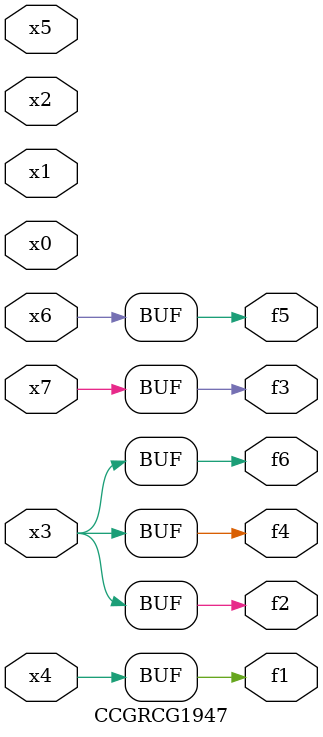
<source format=v>
module CCGRCG1947(
	input x0, x1, x2, x3, x4, x5, x6, x7,
	output f1, f2, f3, f4, f5, f6
);
	assign f1 = x4;
	assign f2 = x3;
	assign f3 = x7;
	assign f4 = x3;
	assign f5 = x6;
	assign f6 = x3;
endmodule

</source>
